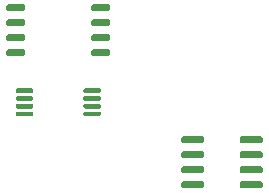
<source format=gtp>
%TF.GenerationSoftware,KiCad,Pcbnew,5.1.10-88a1d61d58~88~ubuntu20.04.1*%
%TF.CreationDate,2021-07-15T21:57:41-05:00*%
%TF.ProjectId,pictas,70696374-6173-42e6-9b69-6361645f7063,rev?*%
%TF.SameCoordinates,Original*%
%TF.FileFunction,Paste,Top*%
%TF.FilePolarity,Positive*%
%FSLAX46Y46*%
G04 Gerber Fmt 4.6, Leading zero omitted, Abs format (unit mm)*
G04 Created by KiCad (PCBNEW 5.1.10-88a1d61d58~88~ubuntu20.04.1) date 2021-07-15 21:57:41*
%MOMM*%
%LPD*%
G01*
G04 APERTURE LIST*
G04 APERTURE END LIST*
%TO.C,U6*%
G36*
G01*
X127738000Y-128801000D02*
X127738000Y-128501000D01*
G75*
G02*
X127888000Y-128351000I150000J0D01*
G01*
X129538000Y-128351000D01*
G75*
G02*
X129688000Y-128501000I0J-150000D01*
G01*
X129688000Y-128801000D01*
G75*
G02*
X129538000Y-128951000I-150000J0D01*
G01*
X127888000Y-128951000D01*
G75*
G02*
X127738000Y-128801000I0J150000D01*
G01*
G37*
G36*
G01*
X127738000Y-130071000D02*
X127738000Y-129771000D01*
G75*
G02*
X127888000Y-129621000I150000J0D01*
G01*
X129538000Y-129621000D01*
G75*
G02*
X129688000Y-129771000I0J-150000D01*
G01*
X129688000Y-130071000D01*
G75*
G02*
X129538000Y-130221000I-150000J0D01*
G01*
X127888000Y-130221000D01*
G75*
G02*
X127738000Y-130071000I0J150000D01*
G01*
G37*
G36*
G01*
X127738000Y-131341000D02*
X127738000Y-131041000D01*
G75*
G02*
X127888000Y-130891000I150000J0D01*
G01*
X129538000Y-130891000D01*
G75*
G02*
X129688000Y-131041000I0J-150000D01*
G01*
X129688000Y-131341000D01*
G75*
G02*
X129538000Y-131491000I-150000J0D01*
G01*
X127888000Y-131491000D01*
G75*
G02*
X127738000Y-131341000I0J150000D01*
G01*
G37*
G36*
G01*
X127738000Y-132611000D02*
X127738000Y-132311000D01*
G75*
G02*
X127888000Y-132161000I150000J0D01*
G01*
X129538000Y-132161000D01*
G75*
G02*
X129688000Y-132311000I0J-150000D01*
G01*
X129688000Y-132611000D01*
G75*
G02*
X129538000Y-132761000I-150000J0D01*
G01*
X127888000Y-132761000D01*
G75*
G02*
X127738000Y-132611000I0J150000D01*
G01*
G37*
G36*
G01*
X122788000Y-132611000D02*
X122788000Y-132311000D01*
G75*
G02*
X122938000Y-132161000I150000J0D01*
G01*
X124588000Y-132161000D01*
G75*
G02*
X124738000Y-132311000I0J-150000D01*
G01*
X124738000Y-132611000D01*
G75*
G02*
X124588000Y-132761000I-150000J0D01*
G01*
X122938000Y-132761000D01*
G75*
G02*
X122788000Y-132611000I0J150000D01*
G01*
G37*
G36*
G01*
X122788000Y-131341000D02*
X122788000Y-131041000D01*
G75*
G02*
X122938000Y-130891000I150000J0D01*
G01*
X124588000Y-130891000D01*
G75*
G02*
X124738000Y-131041000I0J-150000D01*
G01*
X124738000Y-131341000D01*
G75*
G02*
X124588000Y-131491000I-150000J0D01*
G01*
X122938000Y-131491000D01*
G75*
G02*
X122788000Y-131341000I0J150000D01*
G01*
G37*
G36*
G01*
X122788000Y-130071000D02*
X122788000Y-129771000D01*
G75*
G02*
X122938000Y-129621000I150000J0D01*
G01*
X124588000Y-129621000D01*
G75*
G02*
X124738000Y-129771000I0J-150000D01*
G01*
X124738000Y-130071000D01*
G75*
G02*
X124588000Y-130221000I-150000J0D01*
G01*
X122938000Y-130221000D01*
G75*
G02*
X122788000Y-130071000I0J150000D01*
G01*
G37*
G36*
G01*
X122788000Y-128801000D02*
X122788000Y-128501000D01*
G75*
G02*
X122938000Y-128351000I150000J0D01*
G01*
X124588000Y-128351000D01*
G75*
G02*
X124738000Y-128501000I0J-150000D01*
G01*
X124738000Y-128801000D01*
G75*
G02*
X124588000Y-128951000I-150000J0D01*
G01*
X122938000Y-128951000D01*
G75*
G02*
X122788000Y-128801000I0J150000D01*
G01*
G37*
%TD*%
%TO.C,U4*%
G36*
G01*
X110270000Y-126351000D02*
X110270000Y-126551000D01*
G75*
G02*
X110170000Y-126651000I-100000J0D01*
G01*
X108895000Y-126651000D01*
G75*
G02*
X108795000Y-126551000I0J100000D01*
G01*
X108795000Y-126351000D01*
G75*
G02*
X108895000Y-126251000I100000J0D01*
G01*
X110170000Y-126251000D01*
G75*
G02*
X110270000Y-126351000I0J-100000D01*
G01*
G37*
G36*
G01*
X110270000Y-125701000D02*
X110270000Y-125901000D01*
G75*
G02*
X110170000Y-126001000I-100000J0D01*
G01*
X108895000Y-126001000D01*
G75*
G02*
X108795000Y-125901000I0J100000D01*
G01*
X108795000Y-125701000D01*
G75*
G02*
X108895000Y-125601000I100000J0D01*
G01*
X110170000Y-125601000D01*
G75*
G02*
X110270000Y-125701000I0J-100000D01*
G01*
G37*
G36*
G01*
X110270000Y-125051000D02*
X110270000Y-125251000D01*
G75*
G02*
X110170000Y-125351000I-100000J0D01*
G01*
X108895000Y-125351000D01*
G75*
G02*
X108795000Y-125251000I0J100000D01*
G01*
X108795000Y-125051000D01*
G75*
G02*
X108895000Y-124951000I100000J0D01*
G01*
X110170000Y-124951000D01*
G75*
G02*
X110270000Y-125051000I0J-100000D01*
G01*
G37*
G36*
G01*
X110270000Y-124401000D02*
X110270000Y-124601000D01*
G75*
G02*
X110170000Y-124701000I-100000J0D01*
G01*
X108895000Y-124701000D01*
G75*
G02*
X108795000Y-124601000I0J100000D01*
G01*
X108795000Y-124401000D01*
G75*
G02*
X108895000Y-124301000I100000J0D01*
G01*
X110170000Y-124301000D01*
G75*
G02*
X110270000Y-124401000I0J-100000D01*
G01*
G37*
G36*
G01*
X115995000Y-124401000D02*
X115995000Y-124601000D01*
G75*
G02*
X115895000Y-124701000I-100000J0D01*
G01*
X114620000Y-124701000D01*
G75*
G02*
X114520000Y-124601000I0J100000D01*
G01*
X114520000Y-124401000D01*
G75*
G02*
X114620000Y-124301000I100000J0D01*
G01*
X115895000Y-124301000D01*
G75*
G02*
X115995000Y-124401000I0J-100000D01*
G01*
G37*
G36*
G01*
X115995000Y-125051000D02*
X115995000Y-125251000D01*
G75*
G02*
X115895000Y-125351000I-100000J0D01*
G01*
X114620000Y-125351000D01*
G75*
G02*
X114520000Y-125251000I0J100000D01*
G01*
X114520000Y-125051000D01*
G75*
G02*
X114620000Y-124951000I100000J0D01*
G01*
X115895000Y-124951000D01*
G75*
G02*
X115995000Y-125051000I0J-100000D01*
G01*
G37*
G36*
G01*
X115995000Y-125701000D02*
X115995000Y-125901000D01*
G75*
G02*
X115895000Y-126001000I-100000J0D01*
G01*
X114620000Y-126001000D01*
G75*
G02*
X114520000Y-125901000I0J100000D01*
G01*
X114520000Y-125701000D01*
G75*
G02*
X114620000Y-125601000I100000J0D01*
G01*
X115895000Y-125601000D01*
G75*
G02*
X115995000Y-125701000I0J-100000D01*
G01*
G37*
G36*
G01*
X115995000Y-126351000D02*
X115995000Y-126551000D01*
G75*
G02*
X115895000Y-126651000I-100000J0D01*
G01*
X114620000Y-126651000D01*
G75*
G02*
X114520000Y-126551000I0J100000D01*
G01*
X114520000Y-126351000D01*
G75*
G02*
X114620000Y-126251000I100000J0D01*
G01*
X115895000Y-126251000D01*
G75*
G02*
X115995000Y-126351000I0J-100000D01*
G01*
G37*
%TD*%
%TO.C,U2*%
G36*
G01*
X115195000Y-117625000D02*
X115195000Y-117325000D01*
G75*
G02*
X115345000Y-117175000I150000J0D01*
G01*
X116645000Y-117175000D01*
G75*
G02*
X116795000Y-117325000I0J-150000D01*
G01*
X116795000Y-117625000D01*
G75*
G02*
X116645000Y-117775000I-150000J0D01*
G01*
X115345000Y-117775000D01*
G75*
G02*
X115195000Y-117625000I0J150000D01*
G01*
G37*
G36*
G01*
X115195000Y-118895000D02*
X115195000Y-118595000D01*
G75*
G02*
X115345000Y-118445000I150000J0D01*
G01*
X116645000Y-118445000D01*
G75*
G02*
X116795000Y-118595000I0J-150000D01*
G01*
X116795000Y-118895000D01*
G75*
G02*
X116645000Y-119045000I-150000J0D01*
G01*
X115345000Y-119045000D01*
G75*
G02*
X115195000Y-118895000I0J150000D01*
G01*
G37*
G36*
G01*
X115195000Y-120165000D02*
X115195000Y-119865000D01*
G75*
G02*
X115345000Y-119715000I150000J0D01*
G01*
X116645000Y-119715000D01*
G75*
G02*
X116795000Y-119865000I0J-150000D01*
G01*
X116795000Y-120165000D01*
G75*
G02*
X116645000Y-120315000I-150000J0D01*
G01*
X115345000Y-120315000D01*
G75*
G02*
X115195000Y-120165000I0J150000D01*
G01*
G37*
G36*
G01*
X115195000Y-121435000D02*
X115195000Y-121135000D01*
G75*
G02*
X115345000Y-120985000I150000J0D01*
G01*
X116645000Y-120985000D01*
G75*
G02*
X116795000Y-121135000I0J-150000D01*
G01*
X116795000Y-121435000D01*
G75*
G02*
X116645000Y-121585000I-150000J0D01*
G01*
X115345000Y-121585000D01*
G75*
G02*
X115195000Y-121435000I0J150000D01*
G01*
G37*
G36*
G01*
X107995000Y-121435000D02*
X107995000Y-121135000D01*
G75*
G02*
X108145000Y-120985000I150000J0D01*
G01*
X109445000Y-120985000D01*
G75*
G02*
X109595000Y-121135000I0J-150000D01*
G01*
X109595000Y-121435000D01*
G75*
G02*
X109445000Y-121585000I-150000J0D01*
G01*
X108145000Y-121585000D01*
G75*
G02*
X107995000Y-121435000I0J150000D01*
G01*
G37*
G36*
G01*
X107995000Y-120165000D02*
X107995000Y-119865000D01*
G75*
G02*
X108145000Y-119715000I150000J0D01*
G01*
X109445000Y-119715000D01*
G75*
G02*
X109595000Y-119865000I0J-150000D01*
G01*
X109595000Y-120165000D01*
G75*
G02*
X109445000Y-120315000I-150000J0D01*
G01*
X108145000Y-120315000D01*
G75*
G02*
X107995000Y-120165000I0J150000D01*
G01*
G37*
G36*
G01*
X107995000Y-118895000D02*
X107995000Y-118595000D01*
G75*
G02*
X108145000Y-118445000I150000J0D01*
G01*
X109445000Y-118445000D01*
G75*
G02*
X109595000Y-118595000I0J-150000D01*
G01*
X109595000Y-118895000D01*
G75*
G02*
X109445000Y-119045000I-150000J0D01*
G01*
X108145000Y-119045000D01*
G75*
G02*
X107995000Y-118895000I0J150000D01*
G01*
G37*
G36*
G01*
X107995000Y-117625000D02*
X107995000Y-117325000D01*
G75*
G02*
X108145000Y-117175000I150000J0D01*
G01*
X109445000Y-117175000D01*
G75*
G02*
X109595000Y-117325000I0J-150000D01*
G01*
X109595000Y-117625000D01*
G75*
G02*
X109445000Y-117775000I-150000J0D01*
G01*
X108145000Y-117775000D01*
G75*
G02*
X107995000Y-117625000I0J150000D01*
G01*
G37*
%TD*%
M02*

</source>
